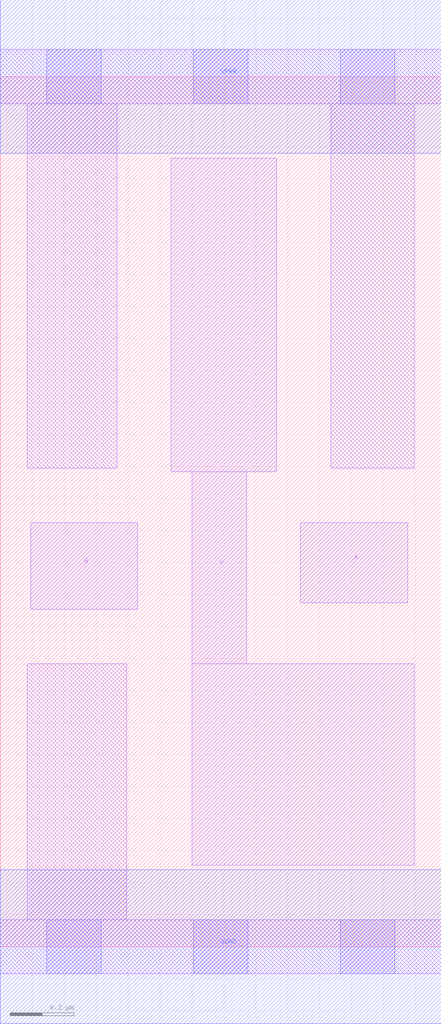
<source format=lef>
# Copyright 2020 The SkyWater PDK Authors
#
# Licensed under the Apache License, Version 2.0 (the "License");
# you may not use this file except in compliance with the License.
# You may obtain a copy of the License at
#
#     https://www.apache.org/licenses/LICENSE-2.0
#
# Unless required by applicable law or agreed to in writing, software
# distributed under the License is distributed on an "AS IS" BASIS,
# WITHOUT WARRANTIES OR CONDITIONS OF ANY KIND, either express or implied.
# See the License for the specific language governing permissions and
# limitations under the License.
#
# SPDX-License-Identifier: Apache-2.0

VERSION 5.7 ;
  NOWIREEXTENSIONATPIN ON ;
  DIVIDERCHAR "/" ;
  BUSBITCHARS "[]" ;
UNITS
  DATABASE MICRONS 200 ;
END UNITS
MACRO sky130_fd_sc_hd__nand2_1
  CLASS CORE ;
  FOREIGN sky130_fd_sc_hd__nand2_1 ;
  ORIGIN  0.000000  0.000000 ;
  SIZE  1.380000 BY  2.720000 ;
  SYMMETRY X Y R90 ;
  SITE unithd ;
  PIN A
    ANTENNAGATEAREA  0.247500 ;
    DIRECTION INPUT ;
    USE SIGNAL ;
    PORT
      LAYER li1 ;
        RECT 0.940000 1.075000 1.275000 1.325000 ;
    END
  END A
  PIN B
    ANTENNAGATEAREA  0.247500 ;
    DIRECTION INPUT ;
    USE SIGNAL ;
    PORT
      LAYER li1 ;
        RECT 0.095000 1.055000 0.430000 1.325000 ;
    END
  END B
  PIN Y
    ANTENNADIFFAREA  0.439000 ;
    DIRECTION OUTPUT ;
    USE SIGNAL ;
    PORT
      LAYER li1 ;
        RECT 0.535000 1.485000 0.865000 2.465000 ;
        RECT 0.600000 0.255000 1.295000 0.885000 ;
        RECT 0.600000 0.885000 0.770000 1.485000 ;
    END
  END Y
  PIN VGND
    DIRECTION INOUT ;
    SHAPE ABUTMENT ;
    USE GROUND ;
    PORT
      LAYER met1 ;
        RECT 0.000000 -0.240000 1.380000 0.240000 ;
    END
  END VGND
  PIN VPWR
    DIRECTION INOUT ;
    SHAPE ABUTMENT ;
    USE POWER ;
    PORT
      LAYER met1 ;
        RECT 0.000000 2.480000 1.380000 2.960000 ;
    END
  END VPWR
  OBS
    LAYER li1 ;
      RECT 0.000000 -0.085000 1.380000 0.085000 ;
      RECT 0.000000  2.635000 1.380000 2.805000 ;
      RECT 0.085000  0.085000 0.395000 0.885000 ;
      RECT 0.085000  1.495000 0.365000 2.635000 ;
      RECT 1.035000  1.495000 1.295000 2.635000 ;
    LAYER mcon ;
      RECT 0.145000 -0.085000 0.315000 0.085000 ;
      RECT 0.145000  2.635000 0.315000 2.805000 ;
      RECT 0.605000 -0.085000 0.775000 0.085000 ;
      RECT 0.605000  2.635000 0.775000 2.805000 ;
      RECT 1.065000 -0.085000 1.235000 0.085000 ;
      RECT 1.065000  2.635000 1.235000 2.805000 ;
  END
END sky130_fd_sc_hd__nand2_1
END LIBRARY

</source>
